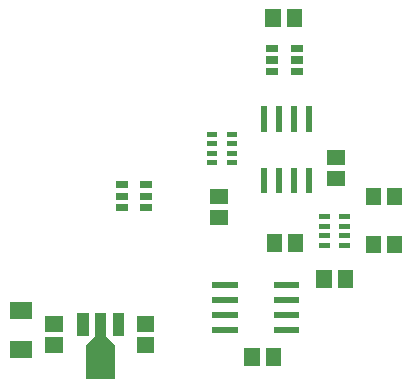
<source format=gbr>
G04 start of page 11 for group -4015 idx -4015 *
G04 Title: (unknown), toppaste *
G04 Creator: pcb 20140316 *
G04 CreationDate: Mon 29 Jan 2018 01:11:03 AM GMT UTC *
G04 For: railfan *
G04 Format: Gerber/RS-274X *
G04 PCB-Dimensions (mil): 1800.00 1500.00 *
G04 PCB-Coordinate-Origin: lower left *
%MOIN*%
%FSLAX25Y25*%
%LNTOPPASTE*%
%ADD94R,0.0550X0.0550*%
%ADD93R,0.0167X0.0167*%
%ADD92R,0.0200X0.0200*%
%ADD91R,0.0240X0.0240*%
%ADD90R,0.0512X0.0512*%
%ADD89C,0.0001*%
%ADD88R,0.0945X0.0945*%
%ADD87R,0.0378X0.0378*%
G54D87*X75406Y24405D02*Y20311D01*
X69500Y24405D02*Y12595D01*
G54D88*Y10861D02*Y8971D01*
G54D89*G36*
X71385Y18426D02*X74225Y15586D01*
X72805Y14166D01*
X69965Y17006D01*
X71385Y18426D01*
G37*
G36*
X64775Y15586D02*X67615Y18426D01*
X69035Y17006D01*
X66195Y14166D01*
X64775Y15586D01*
G37*
G54D87*X63594Y24405D02*Y20311D01*
G54D90*X53607Y22543D02*X54393D01*
X53607Y15457D02*X54393D01*
X84107Y22543D02*X84893D01*
X84107Y15457D02*X84893D01*
G54D91*X75700Y69000D02*X77300D01*
X75700Y65100D02*X77300D01*
X75700Y61200D02*X77300D01*
X83900D02*X85500D01*
X83900Y65100D02*X85500D01*
X83900Y69000D02*X85500D01*
G54D92*X128200Y20500D02*X134700D01*
X128200Y25500D02*X134700D01*
X128200Y30500D02*X134700D01*
X128200Y35500D02*X134700D01*
X107700D02*X114200D01*
X107700Y30500D02*X114200D01*
X107700Y25500D02*X114200D01*
X107700Y20500D02*X114200D01*
X139000Y94000D02*Y87500D01*
X134000Y94000D02*Y87500D01*
X129000Y94000D02*Y87500D01*
X124000Y94000D02*Y87500D01*
Y73500D02*Y67000D01*
X129000Y73500D02*Y67000D01*
X134000Y73500D02*Y67000D01*
X139000Y73500D02*Y67000D01*
G54D90*X147607Y71000D02*X148393D01*
X147607Y78086D02*X148393D01*
X134043Y124893D02*Y124107D01*
X126957Y124893D02*Y124107D01*
G54D91*X126000Y114400D02*X127600D01*
X126000Y110500D02*X127600D01*
X126000Y106600D02*X127600D01*
X134200D02*X135800D01*
X134200Y110500D02*X135800D01*
X134200Y114400D02*X135800D01*
G54D93*X105717Y85724D02*X107587D01*
X105717Y82575D02*X107587D01*
X105717Y79425D02*X107587D01*
X105717Y76276D02*X107587D01*
X112413D02*X114283D01*
X112413Y79425D02*X114283D01*
X112413Y82575D02*X114283D01*
X112413Y85724D02*X114283D01*
X149913Y48776D02*X151783D01*
X149913Y51925D02*X151783D01*
X149913Y55075D02*X151783D01*
X149913Y58224D02*X151783D01*
X143217D02*X145087D01*
X143217Y55075D02*X145087D01*
X143217Y51925D02*X145087D01*
X143217Y48776D02*X145087D01*
G54D90*X160457Y65393D02*Y64607D01*
X167543Y65393D02*Y64607D01*
X160457Y49393D02*Y48607D01*
X167543Y49393D02*Y48607D01*
X151043Y37893D02*Y37107D01*
X143957Y37893D02*Y37107D01*
X119957Y11893D02*Y11107D01*
X127043Y11893D02*Y11107D01*
X108607Y57957D02*X109393D01*
X108607Y65043D02*X109393D01*
X127457Y49893D02*Y49107D01*
X134543Y49893D02*Y49107D01*
G54D94*X42000Y27000D02*X44000D01*
X42000Y14000D02*X44000D01*
M02*

</source>
